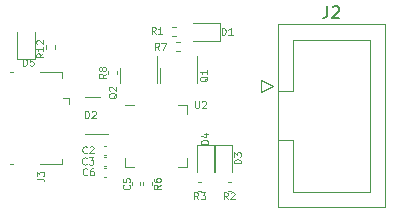
<source format=gto>
%TF.GenerationSoftware,KiCad,Pcbnew,(7.0.0)*%
%TF.CreationDate,2024-01-19T16:55:17+05:30*%
%TF.ProjectId,Programmer,50726f67-7261-46d6-9d65-722e6b696361,rev?*%
%TF.SameCoordinates,Original*%
%TF.FileFunction,Legend,Top*%
%TF.FilePolarity,Positive*%
%FSLAX46Y46*%
G04 Gerber Fmt 4.6, Leading zero omitted, Abs format (unit mm)*
G04 Created by KiCad (PCBNEW (7.0.0)) date 2024-01-19 16:55:17*
%MOMM*%
%LPD*%
G01*
G04 APERTURE LIST*
%ADD10C,0.150000*%
%ADD11C,0.100000*%
%ADD12C,0.120000*%
G04 APERTURE END LIST*
D10*
%TO.C,J2*%
X169719666Y-88339580D02*
X169719666Y-89053866D01*
X169719666Y-89053866D02*
X169672047Y-89196723D01*
X169672047Y-89196723D02*
X169576809Y-89291961D01*
X169576809Y-89291961D02*
X169433952Y-89339580D01*
X169433952Y-89339580D02*
X169338714Y-89339580D01*
X170148238Y-88434819D02*
X170195857Y-88387200D01*
X170195857Y-88387200D02*
X170291095Y-88339580D01*
X170291095Y-88339580D02*
X170529190Y-88339580D01*
X170529190Y-88339580D02*
X170624428Y-88387200D01*
X170624428Y-88387200D02*
X170672047Y-88434819D01*
X170672047Y-88434819D02*
X170719666Y-88530057D01*
X170719666Y-88530057D02*
X170719666Y-88625295D01*
X170719666Y-88625295D02*
X170672047Y-88768152D01*
X170672047Y-88768152D02*
X170100619Y-89339580D01*
X170100619Y-89339580D02*
X170719666Y-89339580D01*
D11*
%TO.C,C5*%
X152939485Y-103480399D02*
X152968057Y-103508971D01*
X152968057Y-103508971D02*
X152996628Y-103594685D01*
X152996628Y-103594685D02*
X152996628Y-103651828D01*
X152996628Y-103651828D02*
X152968057Y-103737542D01*
X152968057Y-103737542D02*
X152910914Y-103794685D01*
X152910914Y-103794685D02*
X152853771Y-103823256D01*
X152853771Y-103823256D02*
X152739485Y-103851828D01*
X152739485Y-103851828D02*
X152653771Y-103851828D01*
X152653771Y-103851828D02*
X152539485Y-103823256D01*
X152539485Y-103823256D02*
X152482342Y-103794685D01*
X152482342Y-103794685D02*
X152425200Y-103737542D01*
X152425200Y-103737542D02*
X152396628Y-103651828D01*
X152396628Y-103651828D02*
X152396628Y-103594685D01*
X152396628Y-103594685D02*
X152425200Y-103508971D01*
X152425200Y-103508971D02*
X152453771Y-103480399D01*
X152396628Y-102937542D02*
X152396628Y-103223256D01*
X152396628Y-103223256D02*
X152682342Y-103251828D01*
X152682342Y-103251828D02*
X152653771Y-103223256D01*
X152653771Y-103223256D02*
X152625200Y-103166114D01*
X152625200Y-103166114D02*
X152625200Y-103023256D01*
X152625200Y-103023256D02*
X152653771Y-102966114D01*
X152653771Y-102966114D02*
X152682342Y-102937542D01*
X152682342Y-102937542D02*
X152739485Y-102908971D01*
X152739485Y-102908971D02*
X152882342Y-102908971D01*
X152882342Y-102908971D02*
X152939485Y-102937542D01*
X152939485Y-102937542D02*
X152968057Y-102966114D01*
X152968057Y-102966114D02*
X152996628Y-103023256D01*
X152996628Y-103023256D02*
X152996628Y-103166114D01*
X152996628Y-103166114D02*
X152968057Y-103223256D01*
X152968057Y-103223256D02*
X152939485Y-103251828D01*
%TO.C,C2*%
X149348800Y-100749685D02*
X149320228Y-100778257D01*
X149320228Y-100778257D02*
X149234514Y-100806828D01*
X149234514Y-100806828D02*
X149177371Y-100806828D01*
X149177371Y-100806828D02*
X149091657Y-100778257D01*
X149091657Y-100778257D02*
X149034514Y-100721114D01*
X149034514Y-100721114D02*
X149005943Y-100663971D01*
X149005943Y-100663971D02*
X148977371Y-100549685D01*
X148977371Y-100549685D02*
X148977371Y-100463971D01*
X148977371Y-100463971D02*
X149005943Y-100349685D01*
X149005943Y-100349685D02*
X149034514Y-100292542D01*
X149034514Y-100292542D02*
X149091657Y-100235400D01*
X149091657Y-100235400D02*
X149177371Y-100206828D01*
X149177371Y-100206828D02*
X149234514Y-100206828D01*
X149234514Y-100206828D02*
X149320228Y-100235400D01*
X149320228Y-100235400D02*
X149348800Y-100263971D01*
X149577371Y-100263971D02*
X149605943Y-100235400D01*
X149605943Y-100235400D02*
X149663086Y-100206828D01*
X149663086Y-100206828D02*
X149805943Y-100206828D01*
X149805943Y-100206828D02*
X149863086Y-100235400D01*
X149863086Y-100235400D02*
X149891657Y-100263971D01*
X149891657Y-100263971D02*
X149920228Y-100321114D01*
X149920228Y-100321114D02*
X149920228Y-100378257D01*
X149920228Y-100378257D02*
X149891657Y-100463971D01*
X149891657Y-100463971D02*
X149548800Y-100806828D01*
X149548800Y-100806828D02*
X149920228Y-100806828D01*
%TO.C,C3*%
X149323400Y-101689485D02*
X149294828Y-101718057D01*
X149294828Y-101718057D02*
X149209114Y-101746628D01*
X149209114Y-101746628D02*
X149151971Y-101746628D01*
X149151971Y-101746628D02*
X149066257Y-101718057D01*
X149066257Y-101718057D02*
X149009114Y-101660914D01*
X149009114Y-101660914D02*
X148980543Y-101603771D01*
X148980543Y-101603771D02*
X148951971Y-101489485D01*
X148951971Y-101489485D02*
X148951971Y-101403771D01*
X148951971Y-101403771D02*
X148980543Y-101289485D01*
X148980543Y-101289485D02*
X149009114Y-101232342D01*
X149009114Y-101232342D02*
X149066257Y-101175200D01*
X149066257Y-101175200D02*
X149151971Y-101146628D01*
X149151971Y-101146628D02*
X149209114Y-101146628D01*
X149209114Y-101146628D02*
X149294828Y-101175200D01*
X149294828Y-101175200D02*
X149323400Y-101203771D01*
X149523400Y-101146628D02*
X149894828Y-101146628D01*
X149894828Y-101146628D02*
X149694828Y-101375200D01*
X149694828Y-101375200D02*
X149780543Y-101375200D01*
X149780543Y-101375200D02*
X149837686Y-101403771D01*
X149837686Y-101403771D02*
X149866257Y-101432342D01*
X149866257Y-101432342D02*
X149894828Y-101489485D01*
X149894828Y-101489485D02*
X149894828Y-101632342D01*
X149894828Y-101632342D02*
X149866257Y-101689485D01*
X149866257Y-101689485D02*
X149837686Y-101718057D01*
X149837686Y-101718057D02*
X149780543Y-101746628D01*
X149780543Y-101746628D02*
X149609114Y-101746628D01*
X149609114Y-101746628D02*
X149551971Y-101718057D01*
X149551971Y-101718057D02*
X149523400Y-101689485D01*
%TO.C,Q1*%
X159581571Y-94268142D02*
X159553000Y-94325285D01*
X159553000Y-94325285D02*
X159495857Y-94382428D01*
X159495857Y-94382428D02*
X159410142Y-94468142D01*
X159410142Y-94468142D02*
X159381571Y-94525285D01*
X159381571Y-94525285D02*
X159381571Y-94582428D01*
X159524428Y-94553857D02*
X159495857Y-94611000D01*
X159495857Y-94611000D02*
X159438714Y-94668142D01*
X159438714Y-94668142D02*
X159324428Y-94696714D01*
X159324428Y-94696714D02*
X159124428Y-94696714D01*
X159124428Y-94696714D02*
X159010142Y-94668142D01*
X159010142Y-94668142D02*
X158953000Y-94611000D01*
X158953000Y-94611000D02*
X158924428Y-94553857D01*
X158924428Y-94553857D02*
X158924428Y-94439571D01*
X158924428Y-94439571D02*
X158953000Y-94382428D01*
X158953000Y-94382428D02*
X159010142Y-94325285D01*
X159010142Y-94325285D02*
X159124428Y-94296714D01*
X159124428Y-94296714D02*
X159324428Y-94296714D01*
X159324428Y-94296714D02*
X159438714Y-94325285D01*
X159438714Y-94325285D02*
X159495857Y-94382428D01*
X159495857Y-94382428D02*
X159524428Y-94439571D01*
X159524428Y-94439571D02*
X159524428Y-94553857D01*
X159524428Y-93725286D02*
X159524428Y-94068143D01*
X159524428Y-93896714D02*
X158924428Y-93896714D01*
X158924428Y-93896714D02*
X159010142Y-93953857D01*
X159010142Y-93953857D02*
X159067285Y-94011000D01*
X159067285Y-94011000D02*
X159095857Y-94068143D01*
%TO.C,R1*%
X155170200Y-90695228D02*
X154970200Y-90409514D01*
X154827343Y-90695228D02*
X154827343Y-90095228D01*
X154827343Y-90095228D02*
X155055914Y-90095228D01*
X155055914Y-90095228D02*
X155113057Y-90123800D01*
X155113057Y-90123800D02*
X155141628Y-90152371D01*
X155141628Y-90152371D02*
X155170200Y-90209514D01*
X155170200Y-90209514D02*
X155170200Y-90295228D01*
X155170200Y-90295228D02*
X155141628Y-90352371D01*
X155141628Y-90352371D02*
X155113057Y-90380942D01*
X155113057Y-90380942D02*
X155055914Y-90409514D01*
X155055914Y-90409514D02*
X154827343Y-90409514D01*
X155741628Y-90695228D02*
X155398771Y-90695228D01*
X155570200Y-90695228D02*
X155570200Y-90095228D01*
X155570200Y-90095228D02*
X155513057Y-90180942D01*
X155513057Y-90180942D02*
X155455914Y-90238085D01*
X155455914Y-90238085D02*
X155398771Y-90266657D01*
%TO.C,R7*%
X155449600Y-92041428D02*
X155249600Y-91755714D01*
X155106743Y-92041428D02*
X155106743Y-91441428D01*
X155106743Y-91441428D02*
X155335314Y-91441428D01*
X155335314Y-91441428D02*
X155392457Y-91470000D01*
X155392457Y-91470000D02*
X155421028Y-91498571D01*
X155421028Y-91498571D02*
X155449600Y-91555714D01*
X155449600Y-91555714D02*
X155449600Y-91641428D01*
X155449600Y-91641428D02*
X155421028Y-91698571D01*
X155421028Y-91698571D02*
X155392457Y-91727142D01*
X155392457Y-91727142D02*
X155335314Y-91755714D01*
X155335314Y-91755714D02*
X155106743Y-91755714D01*
X155649600Y-91441428D02*
X156049600Y-91441428D01*
X156049600Y-91441428D02*
X155792457Y-92041428D01*
%TO.C,D3*%
X162394628Y-101638856D02*
X161794628Y-101638856D01*
X161794628Y-101638856D02*
X161794628Y-101495999D01*
X161794628Y-101495999D02*
X161823200Y-101410285D01*
X161823200Y-101410285D02*
X161880342Y-101353142D01*
X161880342Y-101353142D02*
X161937485Y-101324571D01*
X161937485Y-101324571D02*
X162051771Y-101295999D01*
X162051771Y-101295999D02*
X162137485Y-101295999D01*
X162137485Y-101295999D02*
X162251771Y-101324571D01*
X162251771Y-101324571D02*
X162308914Y-101353142D01*
X162308914Y-101353142D02*
X162366057Y-101410285D01*
X162366057Y-101410285D02*
X162394628Y-101495999D01*
X162394628Y-101495999D02*
X162394628Y-101638856D01*
X161794628Y-101095999D02*
X161794628Y-100724571D01*
X161794628Y-100724571D02*
X162023200Y-100924571D01*
X162023200Y-100924571D02*
X162023200Y-100838856D01*
X162023200Y-100838856D02*
X162051771Y-100781714D01*
X162051771Y-100781714D02*
X162080342Y-100753142D01*
X162080342Y-100753142D02*
X162137485Y-100724571D01*
X162137485Y-100724571D02*
X162280342Y-100724571D01*
X162280342Y-100724571D02*
X162337485Y-100753142D01*
X162337485Y-100753142D02*
X162366057Y-100781714D01*
X162366057Y-100781714D02*
X162394628Y-100838856D01*
X162394628Y-100838856D02*
X162394628Y-101010285D01*
X162394628Y-101010285D02*
X162366057Y-101067428D01*
X162366057Y-101067428D02*
X162337485Y-101095999D01*
%TO.C,C6*%
X149371600Y-102603885D02*
X149343028Y-102632457D01*
X149343028Y-102632457D02*
X149257314Y-102661028D01*
X149257314Y-102661028D02*
X149200171Y-102661028D01*
X149200171Y-102661028D02*
X149114457Y-102632457D01*
X149114457Y-102632457D02*
X149057314Y-102575314D01*
X149057314Y-102575314D02*
X149028743Y-102518171D01*
X149028743Y-102518171D02*
X149000171Y-102403885D01*
X149000171Y-102403885D02*
X149000171Y-102318171D01*
X149000171Y-102318171D02*
X149028743Y-102203885D01*
X149028743Y-102203885D02*
X149057314Y-102146742D01*
X149057314Y-102146742D02*
X149114457Y-102089600D01*
X149114457Y-102089600D02*
X149200171Y-102061028D01*
X149200171Y-102061028D02*
X149257314Y-102061028D01*
X149257314Y-102061028D02*
X149343028Y-102089600D01*
X149343028Y-102089600D02*
X149371600Y-102118171D01*
X149885886Y-102061028D02*
X149771600Y-102061028D01*
X149771600Y-102061028D02*
X149714457Y-102089600D01*
X149714457Y-102089600D02*
X149685886Y-102118171D01*
X149685886Y-102118171D02*
X149628743Y-102203885D01*
X149628743Y-102203885D02*
X149600171Y-102318171D01*
X149600171Y-102318171D02*
X149600171Y-102546742D01*
X149600171Y-102546742D02*
X149628743Y-102603885D01*
X149628743Y-102603885D02*
X149657314Y-102632457D01*
X149657314Y-102632457D02*
X149714457Y-102661028D01*
X149714457Y-102661028D02*
X149828743Y-102661028D01*
X149828743Y-102661028D02*
X149885886Y-102632457D01*
X149885886Y-102632457D02*
X149914457Y-102603885D01*
X149914457Y-102603885D02*
X149943028Y-102546742D01*
X149943028Y-102546742D02*
X149943028Y-102403885D01*
X149943028Y-102403885D02*
X149914457Y-102346742D01*
X149914457Y-102346742D02*
X149885886Y-102318171D01*
X149885886Y-102318171D02*
X149828743Y-102289600D01*
X149828743Y-102289600D02*
X149714457Y-102289600D01*
X149714457Y-102289600D02*
X149657314Y-102318171D01*
X149657314Y-102318171D02*
X149628743Y-102346742D01*
X149628743Y-102346742D02*
X149600171Y-102403885D01*
%TO.C,R8*%
X150969428Y-94054599D02*
X150683714Y-94254599D01*
X150969428Y-94397456D02*
X150369428Y-94397456D01*
X150369428Y-94397456D02*
X150369428Y-94168885D01*
X150369428Y-94168885D02*
X150398000Y-94111742D01*
X150398000Y-94111742D02*
X150426571Y-94083171D01*
X150426571Y-94083171D02*
X150483714Y-94054599D01*
X150483714Y-94054599D02*
X150569428Y-94054599D01*
X150569428Y-94054599D02*
X150626571Y-94083171D01*
X150626571Y-94083171D02*
X150655142Y-94111742D01*
X150655142Y-94111742D02*
X150683714Y-94168885D01*
X150683714Y-94168885D02*
X150683714Y-94397456D01*
X150626571Y-93711742D02*
X150598000Y-93768885D01*
X150598000Y-93768885D02*
X150569428Y-93797456D01*
X150569428Y-93797456D02*
X150512285Y-93826028D01*
X150512285Y-93826028D02*
X150483714Y-93826028D01*
X150483714Y-93826028D02*
X150426571Y-93797456D01*
X150426571Y-93797456D02*
X150398000Y-93768885D01*
X150398000Y-93768885D02*
X150369428Y-93711742D01*
X150369428Y-93711742D02*
X150369428Y-93597456D01*
X150369428Y-93597456D02*
X150398000Y-93540314D01*
X150398000Y-93540314D02*
X150426571Y-93511742D01*
X150426571Y-93511742D02*
X150483714Y-93483171D01*
X150483714Y-93483171D02*
X150512285Y-93483171D01*
X150512285Y-93483171D02*
X150569428Y-93511742D01*
X150569428Y-93511742D02*
X150598000Y-93540314D01*
X150598000Y-93540314D02*
X150626571Y-93597456D01*
X150626571Y-93597456D02*
X150626571Y-93711742D01*
X150626571Y-93711742D02*
X150655142Y-93768885D01*
X150655142Y-93768885D02*
X150683714Y-93797456D01*
X150683714Y-93797456D02*
X150740857Y-93826028D01*
X150740857Y-93826028D02*
X150855142Y-93826028D01*
X150855142Y-93826028D02*
X150912285Y-93797456D01*
X150912285Y-93797456D02*
X150940857Y-93768885D01*
X150940857Y-93768885D02*
X150969428Y-93711742D01*
X150969428Y-93711742D02*
X150969428Y-93597456D01*
X150969428Y-93597456D02*
X150940857Y-93540314D01*
X150940857Y-93540314D02*
X150912285Y-93511742D01*
X150912285Y-93511742D02*
X150855142Y-93483171D01*
X150855142Y-93483171D02*
X150740857Y-93483171D01*
X150740857Y-93483171D02*
X150683714Y-93511742D01*
X150683714Y-93511742D02*
X150655142Y-93540314D01*
X150655142Y-93540314D02*
X150626571Y-93597456D01*
%TO.C,U2*%
X158496057Y-96369028D02*
X158496057Y-96854742D01*
X158496057Y-96854742D02*
X158524628Y-96911885D01*
X158524628Y-96911885D02*
X158553200Y-96940457D01*
X158553200Y-96940457D02*
X158610342Y-96969028D01*
X158610342Y-96969028D02*
X158724628Y-96969028D01*
X158724628Y-96969028D02*
X158781771Y-96940457D01*
X158781771Y-96940457D02*
X158810342Y-96911885D01*
X158810342Y-96911885D02*
X158838914Y-96854742D01*
X158838914Y-96854742D02*
X158838914Y-96369028D01*
X159096056Y-96426171D02*
X159124628Y-96397600D01*
X159124628Y-96397600D02*
X159181771Y-96369028D01*
X159181771Y-96369028D02*
X159324628Y-96369028D01*
X159324628Y-96369028D02*
X159381771Y-96397600D01*
X159381771Y-96397600D02*
X159410342Y-96426171D01*
X159410342Y-96426171D02*
X159438913Y-96483314D01*
X159438913Y-96483314D02*
X159438913Y-96540457D01*
X159438913Y-96540457D02*
X159410342Y-96626171D01*
X159410342Y-96626171D02*
X159067485Y-96969028D01*
X159067485Y-96969028D02*
X159438913Y-96969028D01*
%TO.C,R6*%
X155612828Y-103454999D02*
X155327114Y-103654999D01*
X155612828Y-103797856D02*
X155012828Y-103797856D01*
X155012828Y-103797856D02*
X155012828Y-103569285D01*
X155012828Y-103569285D02*
X155041400Y-103512142D01*
X155041400Y-103512142D02*
X155069971Y-103483571D01*
X155069971Y-103483571D02*
X155127114Y-103454999D01*
X155127114Y-103454999D02*
X155212828Y-103454999D01*
X155212828Y-103454999D02*
X155269971Y-103483571D01*
X155269971Y-103483571D02*
X155298542Y-103512142D01*
X155298542Y-103512142D02*
X155327114Y-103569285D01*
X155327114Y-103569285D02*
X155327114Y-103797856D01*
X155012828Y-102940714D02*
X155012828Y-103054999D01*
X155012828Y-103054999D02*
X155041400Y-103112142D01*
X155041400Y-103112142D02*
X155069971Y-103140714D01*
X155069971Y-103140714D02*
X155155685Y-103197856D01*
X155155685Y-103197856D02*
X155269971Y-103226428D01*
X155269971Y-103226428D02*
X155498542Y-103226428D01*
X155498542Y-103226428D02*
X155555685Y-103197856D01*
X155555685Y-103197856D02*
X155584257Y-103169285D01*
X155584257Y-103169285D02*
X155612828Y-103112142D01*
X155612828Y-103112142D02*
X155612828Y-102997856D01*
X155612828Y-102997856D02*
X155584257Y-102940714D01*
X155584257Y-102940714D02*
X155555685Y-102912142D01*
X155555685Y-102912142D02*
X155498542Y-102883571D01*
X155498542Y-102883571D02*
X155355685Y-102883571D01*
X155355685Y-102883571D02*
X155298542Y-102912142D01*
X155298542Y-102912142D02*
X155269971Y-102940714D01*
X155269971Y-102940714D02*
X155241400Y-102997856D01*
X155241400Y-102997856D02*
X155241400Y-103112142D01*
X155241400Y-103112142D02*
X155269971Y-103169285D01*
X155269971Y-103169285D02*
X155298542Y-103197856D01*
X155298542Y-103197856D02*
X155355685Y-103226428D01*
%TO.C,D1*%
X160770943Y-90771428D02*
X160770943Y-90171428D01*
X160770943Y-90171428D02*
X160913800Y-90171428D01*
X160913800Y-90171428D02*
X160999514Y-90200000D01*
X160999514Y-90200000D02*
X161056657Y-90257142D01*
X161056657Y-90257142D02*
X161085228Y-90314285D01*
X161085228Y-90314285D02*
X161113800Y-90428571D01*
X161113800Y-90428571D02*
X161113800Y-90514285D01*
X161113800Y-90514285D02*
X161085228Y-90628571D01*
X161085228Y-90628571D02*
X161056657Y-90685714D01*
X161056657Y-90685714D02*
X160999514Y-90742857D01*
X160999514Y-90742857D02*
X160913800Y-90771428D01*
X160913800Y-90771428D02*
X160770943Y-90771428D01*
X161685228Y-90771428D02*
X161342371Y-90771428D01*
X161513800Y-90771428D02*
X161513800Y-90171428D01*
X161513800Y-90171428D02*
X161456657Y-90257142D01*
X161456657Y-90257142D02*
X161399514Y-90314285D01*
X161399514Y-90314285D02*
X161342371Y-90342857D01*
%TO.C,R3*%
X158772200Y-104693028D02*
X158572200Y-104407314D01*
X158429343Y-104693028D02*
X158429343Y-104093028D01*
X158429343Y-104093028D02*
X158657914Y-104093028D01*
X158657914Y-104093028D02*
X158715057Y-104121600D01*
X158715057Y-104121600D02*
X158743628Y-104150171D01*
X158743628Y-104150171D02*
X158772200Y-104207314D01*
X158772200Y-104207314D02*
X158772200Y-104293028D01*
X158772200Y-104293028D02*
X158743628Y-104350171D01*
X158743628Y-104350171D02*
X158715057Y-104378742D01*
X158715057Y-104378742D02*
X158657914Y-104407314D01*
X158657914Y-104407314D02*
X158429343Y-104407314D01*
X158972200Y-104093028D02*
X159343628Y-104093028D01*
X159343628Y-104093028D02*
X159143628Y-104321600D01*
X159143628Y-104321600D02*
X159229343Y-104321600D01*
X159229343Y-104321600D02*
X159286486Y-104350171D01*
X159286486Y-104350171D02*
X159315057Y-104378742D01*
X159315057Y-104378742D02*
X159343628Y-104435885D01*
X159343628Y-104435885D02*
X159343628Y-104578742D01*
X159343628Y-104578742D02*
X159315057Y-104635885D01*
X159315057Y-104635885D02*
X159286486Y-104664457D01*
X159286486Y-104664457D02*
X159229343Y-104693028D01*
X159229343Y-104693028D02*
X159057914Y-104693028D01*
X159057914Y-104693028D02*
X159000771Y-104664457D01*
X159000771Y-104664457D02*
X158972200Y-104635885D01*
%TO.C,D2*%
X149197943Y-97807228D02*
X149197943Y-97207228D01*
X149197943Y-97207228D02*
X149340800Y-97207228D01*
X149340800Y-97207228D02*
X149426514Y-97235800D01*
X149426514Y-97235800D02*
X149483657Y-97292942D01*
X149483657Y-97292942D02*
X149512228Y-97350085D01*
X149512228Y-97350085D02*
X149540800Y-97464371D01*
X149540800Y-97464371D02*
X149540800Y-97550085D01*
X149540800Y-97550085D02*
X149512228Y-97664371D01*
X149512228Y-97664371D02*
X149483657Y-97721514D01*
X149483657Y-97721514D02*
X149426514Y-97778657D01*
X149426514Y-97778657D02*
X149340800Y-97807228D01*
X149340800Y-97807228D02*
X149197943Y-97807228D01*
X149769371Y-97264371D02*
X149797943Y-97235800D01*
X149797943Y-97235800D02*
X149855086Y-97207228D01*
X149855086Y-97207228D02*
X149997943Y-97207228D01*
X149997943Y-97207228D02*
X150055086Y-97235800D01*
X150055086Y-97235800D02*
X150083657Y-97264371D01*
X150083657Y-97264371D02*
X150112228Y-97321514D01*
X150112228Y-97321514D02*
X150112228Y-97378657D01*
X150112228Y-97378657D02*
X150083657Y-97464371D01*
X150083657Y-97464371D02*
X149740800Y-97807228D01*
X149740800Y-97807228D02*
X150112228Y-97807228D01*
%TO.C,R12*%
X145660828Y-92335714D02*
X145375114Y-92535714D01*
X145660828Y-92678571D02*
X145060828Y-92678571D01*
X145060828Y-92678571D02*
X145060828Y-92450000D01*
X145060828Y-92450000D02*
X145089400Y-92392857D01*
X145089400Y-92392857D02*
X145117971Y-92364286D01*
X145117971Y-92364286D02*
X145175114Y-92335714D01*
X145175114Y-92335714D02*
X145260828Y-92335714D01*
X145260828Y-92335714D02*
X145317971Y-92364286D01*
X145317971Y-92364286D02*
X145346542Y-92392857D01*
X145346542Y-92392857D02*
X145375114Y-92450000D01*
X145375114Y-92450000D02*
X145375114Y-92678571D01*
X145660828Y-91764286D02*
X145660828Y-92107143D01*
X145660828Y-91935714D02*
X145060828Y-91935714D01*
X145060828Y-91935714D02*
X145146542Y-91992857D01*
X145146542Y-91992857D02*
X145203685Y-92050000D01*
X145203685Y-92050000D02*
X145232257Y-92107143D01*
X145117971Y-91535714D02*
X145089400Y-91507142D01*
X145089400Y-91507142D02*
X145060828Y-91450000D01*
X145060828Y-91450000D02*
X145060828Y-91307142D01*
X145060828Y-91307142D02*
X145089400Y-91250000D01*
X145089400Y-91250000D02*
X145117971Y-91221428D01*
X145117971Y-91221428D02*
X145175114Y-91192857D01*
X145175114Y-91192857D02*
X145232257Y-91192857D01*
X145232257Y-91192857D02*
X145317971Y-91221428D01*
X145317971Y-91221428D02*
X145660828Y-91564285D01*
X145660828Y-91564285D02*
X145660828Y-91192857D01*
%TO.C,D4*%
X159626028Y-100013256D02*
X159026028Y-100013256D01*
X159026028Y-100013256D02*
X159026028Y-99870399D01*
X159026028Y-99870399D02*
X159054600Y-99784685D01*
X159054600Y-99784685D02*
X159111742Y-99727542D01*
X159111742Y-99727542D02*
X159168885Y-99698971D01*
X159168885Y-99698971D02*
X159283171Y-99670399D01*
X159283171Y-99670399D02*
X159368885Y-99670399D01*
X159368885Y-99670399D02*
X159483171Y-99698971D01*
X159483171Y-99698971D02*
X159540314Y-99727542D01*
X159540314Y-99727542D02*
X159597457Y-99784685D01*
X159597457Y-99784685D02*
X159626028Y-99870399D01*
X159626028Y-99870399D02*
X159626028Y-100013256D01*
X159226028Y-99156114D02*
X159626028Y-99156114D01*
X158997457Y-99298971D02*
X159426028Y-99441828D01*
X159426028Y-99441828D02*
X159426028Y-99070399D01*
%TO.C,D5*%
X143930743Y-93387528D02*
X143930743Y-92787528D01*
X143930743Y-92787528D02*
X144073600Y-92787528D01*
X144073600Y-92787528D02*
X144159314Y-92816100D01*
X144159314Y-92816100D02*
X144216457Y-92873242D01*
X144216457Y-92873242D02*
X144245028Y-92930385D01*
X144245028Y-92930385D02*
X144273600Y-93044671D01*
X144273600Y-93044671D02*
X144273600Y-93130385D01*
X144273600Y-93130385D02*
X144245028Y-93244671D01*
X144245028Y-93244671D02*
X144216457Y-93301814D01*
X144216457Y-93301814D02*
X144159314Y-93358957D01*
X144159314Y-93358957D02*
X144073600Y-93387528D01*
X144073600Y-93387528D02*
X143930743Y-93387528D01*
X144816457Y-92787528D02*
X144530743Y-92787528D01*
X144530743Y-92787528D02*
X144502171Y-93073242D01*
X144502171Y-93073242D02*
X144530743Y-93044671D01*
X144530743Y-93044671D02*
X144587886Y-93016100D01*
X144587886Y-93016100D02*
X144730743Y-93016100D01*
X144730743Y-93016100D02*
X144787886Y-93044671D01*
X144787886Y-93044671D02*
X144816457Y-93073242D01*
X144816457Y-93073242D02*
X144845028Y-93130385D01*
X144845028Y-93130385D02*
X144845028Y-93273242D01*
X144845028Y-93273242D02*
X144816457Y-93330385D01*
X144816457Y-93330385D02*
X144787886Y-93358957D01*
X144787886Y-93358957D02*
X144730743Y-93387528D01*
X144730743Y-93387528D02*
X144587886Y-93387528D01*
X144587886Y-93387528D02*
X144530743Y-93358957D01*
X144530743Y-93358957D02*
X144502171Y-93330385D01*
%TO.C,Q2*%
X151885371Y-95690542D02*
X151856800Y-95747685D01*
X151856800Y-95747685D02*
X151799657Y-95804828D01*
X151799657Y-95804828D02*
X151713942Y-95890542D01*
X151713942Y-95890542D02*
X151685371Y-95947685D01*
X151685371Y-95947685D02*
X151685371Y-96004828D01*
X151828228Y-95976257D02*
X151799657Y-96033400D01*
X151799657Y-96033400D02*
X151742514Y-96090542D01*
X151742514Y-96090542D02*
X151628228Y-96119114D01*
X151628228Y-96119114D02*
X151428228Y-96119114D01*
X151428228Y-96119114D02*
X151313942Y-96090542D01*
X151313942Y-96090542D02*
X151256800Y-96033400D01*
X151256800Y-96033400D02*
X151228228Y-95976257D01*
X151228228Y-95976257D02*
X151228228Y-95861971D01*
X151228228Y-95861971D02*
X151256800Y-95804828D01*
X151256800Y-95804828D02*
X151313942Y-95747685D01*
X151313942Y-95747685D02*
X151428228Y-95719114D01*
X151428228Y-95719114D02*
X151628228Y-95719114D01*
X151628228Y-95719114D02*
X151742514Y-95747685D01*
X151742514Y-95747685D02*
X151799657Y-95804828D01*
X151799657Y-95804828D02*
X151828228Y-95861971D01*
X151828228Y-95861971D02*
X151828228Y-95976257D01*
X151285371Y-95490543D02*
X151256800Y-95461971D01*
X151256800Y-95461971D02*
X151228228Y-95404829D01*
X151228228Y-95404829D02*
X151228228Y-95261971D01*
X151228228Y-95261971D02*
X151256800Y-95204829D01*
X151256800Y-95204829D02*
X151285371Y-95176257D01*
X151285371Y-95176257D02*
X151342514Y-95147686D01*
X151342514Y-95147686D02*
X151399657Y-95147686D01*
X151399657Y-95147686D02*
X151485371Y-95176257D01*
X151485371Y-95176257D02*
X151828228Y-95519114D01*
X151828228Y-95519114D02*
X151828228Y-95147686D01*
%TO.C,J3*%
X145111628Y-102943000D02*
X145540200Y-102943000D01*
X145540200Y-102943000D02*
X145625914Y-102971571D01*
X145625914Y-102971571D02*
X145683057Y-103028714D01*
X145683057Y-103028714D02*
X145711628Y-103114428D01*
X145711628Y-103114428D02*
X145711628Y-103171571D01*
X145111628Y-102714428D02*
X145111628Y-102343000D01*
X145111628Y-102343000D02*
X145340200Y-102543000D01*
X145340200Y-102543000D02*
X145340200Y-102457285D01*
X145340200Y-102457285D02*
X145368771Y-102400143D01*
X145368771Y-102400143D02*
X145397342Y-102371571D01*
X145397342Y-102371571D02*
X145454485Y-102343000D01*
X145454485Y-102343000D02*
X145597342Y-102343000D01*
X145597342Y-102343000D02*
X145654485Y-102371571D01*
X145654485Y-102371571D02*
X145683057Y-102400143D01*
X145683057Y-102400143D02*
X145711628Y-102457285D01*
X145711628Y-102457285D02*
X145711628Y-102628714D01*
X145711628Y-102628714D02*
X145683057Y-102685857D01*
X145683057Y-102685857D02*
X145654485Y-102714428D01*
%TO.C,R2*%
X161286800Y-104693028D02*
X161086800Y-104407314D01*
X160943943Y-104693028D02*
X160943943Y-104093028D01*
X160943943Y-104093028D02*
X161172514Y-104093028D01*
X161172514Y-104093028D02*
X161229657Y-104121600D01*
X161229657Y-104121600D02*
X161258228Y-104150171D01*
X161258228Y-104150171D02*
X161286800Y-104207314D01*
X161286800Y-104207314D02*
X161286800Y-104293028D01*
X161286800Y-104293028D02*
X161258228Y-104350171D01*
X161258228Y-104350171D02*
X161229657Y-104378742D01*
X161229657Y-104378742D02*
X161172514Y-104407314D01*
X161172514Y-104407314D02*
X160943943Y-104407314D01*
X161515371Y-104150171D02*
X161543943Y-104121600D01*
X161543943Y-104121600D02*
X161601086Y-104093028D01*
X161601086Y-104093028D02*
X161743943Y-104093028D01*
X161743943Y-104093028D02*
X161801086Y-104121600D01*
X161801086Y-104121600D02*
X161829657Y-104150171D01*
X161829657Y-104150171D02*
X161858228Y-104207314D01*
X161858228Y-104207314D02*
X161858228Y-104264457D01*
X161858228Y-104264457D02*
X161829657Y-104350171D01*
X161829657Y-104350171D02*
X161486800Y-104693028D01*
X161486800Y-104693028D02*
X161858228Y-104693028D01*
D12*
%TO.C,J2*%
X166803000Y-99662200D02*
X166803000Y-99662200D01*
X166803000Y-91162200D02*
X173303000Y-91162200D01*
X173303000Y-104062200D02*
X166803000Y-104062200D01*
X164103000Y-94572200D02*
X164103000Y-95572200D01*
X166803000Y-104062200D02*
X166803000Y-99662200D01*
X166803000Y-95562200D02*
X166803000Y-91162200D01*
X165493000Y-89862200D02*
X174613000Y-89862200D01*
X174613000Y-105362200D02*
X165493000Y-105362200D01*
X165493000Y-95562200D02*
X166803000Y-95562200D01*
X173303000Y-91162200D02*
X173303000Y-104062200D01*
X165103000Y-95072200D02*
X164103000Y-94572200D01*
X165493000Y-105362200D02*
X165493000Y-89862200D01*
X174613000Y-89862200D02*
X174613000Y-105362200D01*
X164103000Y-95572200D02*
X165103000Y-95072200D01*
X166803000Y-99662200D02*
X165493000Y-99662200D01*
%TO.C,C5*%
X153872800Y-103247164D02*
X153872800Y-103462836D01*
X153152800Y-103247164D02*
X153152800Y-103462836D01*
%TO.C,C2*%
X150979036Y-100921000D02*
X150763364Y-100921000D01*
X150979036Y-100201000D02*
X150763364Y-100201000D01*
%TO.C,C3*%
X150979036Y-101860800D02*
X150763364Y-101860800D01*
X150979036Y-101140800D02*
X150763364Y-101140800D01*
%TO.C,Q1*%
X158705000Y-94211000D02*
X158705000Y-92536000D01*
X158705000Y-94211000D02*
X158705000Y-94861000D01*
X155585000Y-94211000D02*
X155585000Y-93561000D01*
X155585000Y-94211000D02*
X155585000Y-94861000D01*
%TO.C,R1*%
X156871641Y-90854800D02*
X156564359Y-90854800D01*
X156871641Y-90094800D02*
X156564359Y-90094800D01*
%TO.C,R7*%
X156889759Y-91392600D02*
X157197041Y-91392600D01*
X156889759Y-92152600D02*
X157197041Y-92152600D01*
%TO.C,D3*%
X161639200Y-100117400D02*
X160169200Y-100117400D01*
X160169200Y-100117400D02*
X160169200Y-102402400D01*
X161639200Y-102402400D02*
X161639200Y-100117400D01*
%TO.C,C6*%
X150976436Y-102800600D02*
X150760764Y-102800600D01*
X150976436Y-102080600D02*
X150760764Y-102080600D01*
%TO.C,R8*%
X151891000Y-93800959D02*
X151891000Y-94108241D01*
X151131000Y-93800959D02*
X151131000Y-94108241D01*
%TO.C,U2*%
X152607000Y-101926400D02*
X152607000Y-101201400D01*
X153332000Y-96706400D02*
X152607000Y-96706400D01*
X153332000Y-101926400D02*
X152607000Y-101926400D01*
X157102000Y-96706400D02*
X157827000Y-96706400D01*
X157102000Y-101926400D02*
X157827000Y-101926400D01*
X157827000Y-96706400D02*
X157827000Y-97431400D01*
X157827000Y-101926400D02*
X157827000Y-101201400D01*
%TO.C,R6*%
X154098000Y-103508641D02*
X154098000Y-103201359D01*
X154858000Y-103508641D02*
X154858000Y-103201359D01*
%TO.C,D1*%
X160641400Y-91260600D02*
X160641400Y-89790600D01*
X160641400Y-89790600D02*
X158356400Y-89790600D01*
X158356400Y-91260600D02*
X160641400Y-91260600D01*
%TO.C,R3*%
X159053241Y-103989000D02*
X158745959Y-103989000D01*
X159053241Y-103229000D02*
X158745959Y-103229000D01*
%TO.C,D2*%
X150468600Y-96001400D02*
X149168600Y-96001400D01*
X149168600Y-99121400D02*
X151168600Y-99121400D01*
%TO.C,R12*%
X146633200Y-91665359D02*
X146633200Y-91972641D01*
X145873200Y-91665359D02*
X145873200Y-91972641D01*
%TO.C,D4*%
X160140600Y-100117400D02*
X158670600Y-100117400D01*
X158670600Y-100117400D02*
X158670600Y-102402400D01*
X160140600Y-102402400D02*
X160140600Y-100117400D01*
%TO.C,D5*%
X143460800Y-92823300D02*
X144930800Y-92823300D01*
X144930800Y-92823300D02*
X144930800Y-90538300D01*
X143460800Y-90538300D02*
X143460800Y-92823300D01*
%TO.C,Q2*%
X155286200Y-94208700D02*
X155286200Y-92533700D01*
X155286200Y-94208700D02*
X155286200Y-94858700D01*
X152166200Y-94208700D02*
X152166200Y-93558700D01*
X152166200Y-94208700D02*
X152166200Y-94858700D01*
%TO.C,J3*%
X147253700Y-93940800D02*
X147253700Y-94390800D01*
X145403700Y-93940800D02*
X147253700Y-93940800D01*
X142853700Y-93940800D02*
X143103700Y-93940800D01*
X147803700Y-96140800D02*
X147353700Y-96140800D01*
X147803700Y-96140800D02*
X147803700Y-96590800D01*
X147253700Y-101740800D02*
X147253700Y-101290800D01*
X145403700Y-101740800D02*
X147253700Y-101740800D01*
X142853700Y-101740800D02*
X143103700Y-101740800D01*
%TO.C,R2*%
X161258559Y-103229000D02*
X161565841Y-103229000D01*
X161258559Y-103989000D02*
X161565841Y-103989000D01*
%TD*%
M02*

</source>
